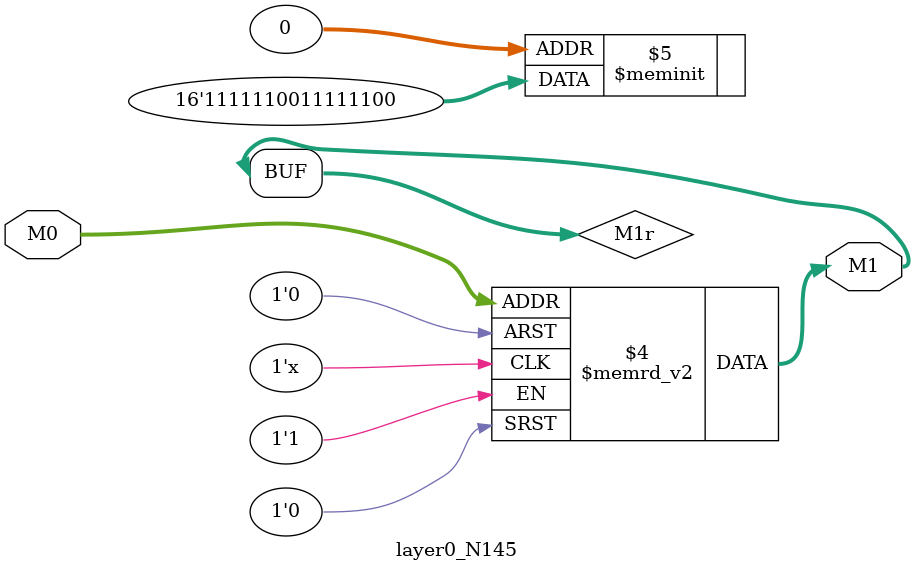
<source format=v>
module layer0_N145 ( input [2:0] M0, output [1:0] M1 );

	(*rom_style = "distributed" *) reg [1:0] M1r;
	assign M1 = M1r;
	always @ (M0) begin
		case (M0)
			3'b000: M1r = 2'b00;
			3'b100: M1r = 2'b00;
			3'b010: M1r = 2'b11;
			3'b110: M1r = 2'b11;
			3'b001: M1r = 2'b11;
			3'b101: M1r = 2'b11;
			3'b011: M1r = 2'b11;
			3'b111: M1r = 2'b11;

		endcase
	end
endmodule

</source>
